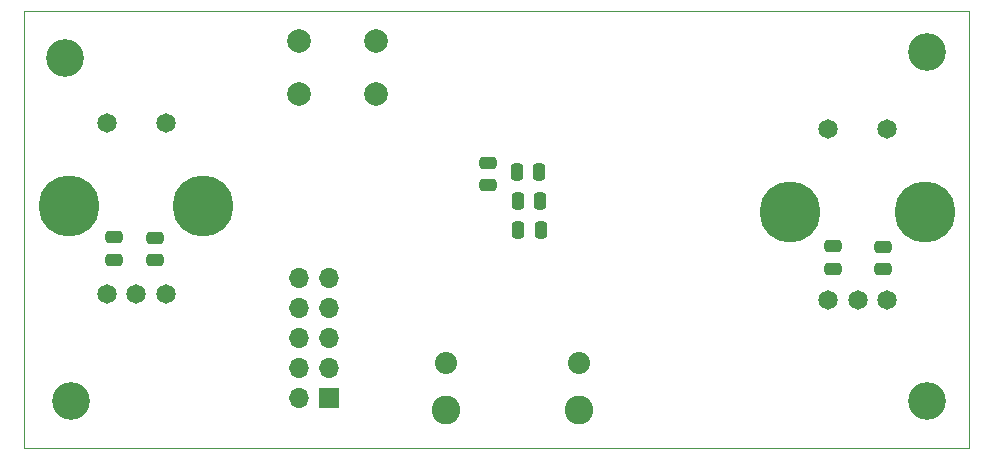
<source format=gbr>
%TF.GenerationSoftware,KiCad,Pcbnew,9.0.0*%
%TF.CreationDate,2025-03-14T14:13:33-06:00*%
%TF.ProjectId,scrollwheel_peripheral,7363726f-6c6c-4776-9865-656c5f706572,rev?*%
%TF.SameCoordinates,Original*%
%TF.FileFunction,Soldermask,Bot*%
%TF.FilePolarity,Negative*%
%FSLAX46Y46*%
G04 Gerber Fmt 4.6, Leading zero omitted, Abs format (unit mm)*
G04 Created by KiCad (PCBNEW 9.0.0) date 2025-03-14 14:13:33*
%MOMM*%
%LPD*%
G01*
G04 APERTURE LIST*
G04 Aperture macros list*
%AMRoundRect*
0 Rectangle with rounded corners*
0 $1 Rounding radius*
0 $2 $3 $4 $5 $6 $7 $8 $9 X,Y pos of 4 corners*
0 Add a 4 corners polygon primitive as box body*
4,1,4,$2,$3,$4,$5,$6,$7,$8,$9,$2,$3,0*
0 Add four circle primitives for the rounded corners*
1,1,$1+$1,$2,$3*
1,1,$1+$1,$4,$5*
1,1,$1+$1,$6,$7*
1,1,$1+$1,$8,$9*
0 Add four rect primitives between the rounded corners*
20,1,$1+$1,$2,$3,$4,$5,0*
20,1,$1+$1,$4,$5,$6,$7,0*
20,1,$1+$1,$6,$7,$8,$9,0*
20,1,$1+$1,$8,$9,$2,$3,0*%
G04 Aperture macros list end*
%ADD10C,3.200000*%
%ADD11C,1.650000*%
%ADD12C,5.161000*%
%ADD13C,2.000000*%
%ADD14R,1.700000X1.700000*%
%ADD15O,1.700000X1.700000*%
%ADD16C,1.875000*%
%ADD17C,2.430000*%
%ADD18RoundRect,0.250000X-0.475000X0.250000X-0.475000X-0.250000X0.475000X-0.250000X0.475000X0.250000X0*%
%ADD19RoundRect,0.250000X0.475000X-0.250000X0.475000X0.250000X-0.475000X0.250000X-0.475000X-0.250000X0*%
%ADD20RoundRect,0.250000X0.250000X0.475000X-0.250000X0.475000X-0.250000X-0.475000X0.250000X-0.475000X0*%
%ADD21RoundRect,0.250000X-0.250000X-0.475000X0.250000X-0.475000X0.250000X0.475000X-0.250000X0.475000X0*%
%TA.AperFunction,Profile*%
%ADD22C,0.050000*%
%TD*%
G04 APERTURE END LIST*
D10*
%TO.C,M3*%
X118500000Y-57000000D03*
%TD*%
%TO.C,M3*%
X45500000Y-57500000D03*
%TD*%
D11*
%TO.C,VR1*%
X49000000Y-63000000D03*
X54000000Y-63000000D03*
X49000000Y-77500000D03*
X54000000Y-77500000D03*
X51500000Y-77500000D03*
D12*
X45800000Y-70000000D03*
X57200000Y-70000000D03*
%TD*%
D13*
%TO.C,SW2*%
X65325000Y-56025000D03*
X71825000Y-56025000D03*
X65325000Y-60525000D03*
X71825000Y-60525000D03*
%TD*%
D14*
%TO.C,J2*%
X67815000Y-86325000D03*
D15*
X65275000Y-86325000D03*
X67815000Y-83785000D03*
X65275000Y-83785000D03*
X67815000Y-81245000D03*
X65275000Y-81245000D03*
X67815000Y-78705000D03*
X65275000Y-78705000D03*
X67815000Y-76165000D03*
X65275000Y-76165000D03*
%TD*%
D16*
%TO.C,J1*%
X77760000Y-83325000D03*
X89000000Y-83325000D03*
D17*
X77760000Y-87325000D03*
X89000000Y-87325000D03*
%TD*%
D10*
%TO.C,M3*%
X118500000Y-86500000D03*
%TD*%
D11*
%TO.C,VR2*%
X110100000Y-63500000D03*
X115100000Y-63500000D03*
X110100000Y-78000000D03*
X115100000Y-78000000D03*
X112600000Y-78000000D03*
D12*
X106900000Y-70500000D03*
X118300000Y-70500000D03*
%TD*%
D10*
%TO.C,M3*%
X46000000Y-86500000D03*
%TD*%
D18*
%TO.C,C11*%
X81300000Y-66350000D03*
X81300000Y-68250000D03*
%TD*%
D19*
%TO.C,C1*%
X49600000Y-74575000D03*
X49600000Y-72675000D03*
%TD*%
%TO.C,C4*%
X114750000Y-75400000D03*
X114750000Y-73500000D03*
%TD*%
%TO.C,C2*%
X53075000Y-74600000D03*
X53075000Y-72700000D03*
%TD*%
%TO.C,C3*%
X110525000Y-75325000D03*
X110525000Y-73425000D03*
%TD*%
D20*
%TO.C,C5*%
X85725000Y-69625000D03*
X83825000Y-69625000D03*
%TD*%
D21*
%TO.C,C8*%
X83850000Y-72050000D03*
X85750000Y-72050000D03*
%TD*%
D20*
%TO.C,C9*%
X85650000Y-67150000D03*
X83750000Y-67150000D03*
%TD*%
D22*
X42000000Y-53500000D02*
X122000000Y-53500000D01*
X122000000Y-90500000D01*
X42000000Y-90500000D01*
X42000000Y-53500000D01*
M02*

</source>
